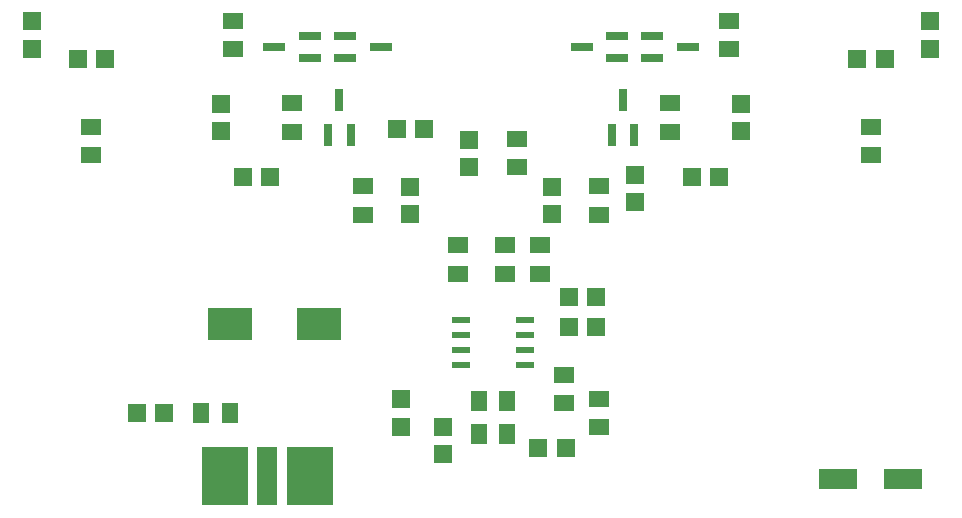
<source format=gbr>
G04 #@! TF.FileFunction,Paste,Top*
%FSLAX46Y46*%
G04 Gerber Fmt 4.6, Leading zero omitted, Abs format (unit mm)*
G04 Created by KiCad (PCBNEW 4.0.7-e2-6376~58~ubuntu14.04.1) date Sat Mar 16 06:29:51 2019*
%MOMM*%
%LPD*%
G01*
G04 APERTURE LIST*
%ADD10C,0.100000*%
%ADD11R,1.900000X0.800000*%
%ADD12R,0.800000X1.900000*%
%ADD13R,1.550000X0.600000*%
%ADD14R,1.600000X1.600000*%
%ADD15R,1.700000X1.400000*%
%ADD16R,1.400000X1.700000*%
%ADD17R,3.300000X1.700000*%
%ADD18R,1.800000X5.000000*%
%ADD19R,3.960000X5.000000*%
%ADD20R,3.750000X2.700000*%
G04 APERTURE END LIST*
D10*
D11*
X97500000Y-43050000D03*
X97500000Y-44950000D03*
X100500000Y-44000000D03*
X94500000Y-44950000D03*
X94500000Y-43050000D03*
X91500000Y-44000000D03*
X68500000Y-44950000D03*
X68500000Y-43050000D03*
X65500000Y-44000000D03*
X71500000Y-43050000D03*
X71500000Y-44950000D03*
X74500000Y-44000000D03*
D12*
X94050000Y-51500000D03*
X95950000Y-51500000D03*
X95000000Y-48500000D03*
X70050000Y-51500000D03*
X71950000Y-51500000D03*
X71000000Y-48500000D03*
D13*
X81300000Y-67095000D03*
X81300000Y-68365000D03*
X81300000Y-69635000D03*
X81300000Y-70905000D03*
X86700000Y-70905000D03*
X86700000Y-69635000D03*
X86700000Y-68365000D03*
X86700000Y-67095000D03*
D14*
X121000000Y-44150000D03*
X121000000Y-41850000D03*
X45000000Y-44150000D03*
X45000000Y-41850000D03*
D15*
X99000000Y-51200000D03*
X99000000Y-48800000D03*
X116000000Y-53200000D03*
X116000000Y-50800000D03*
X93000000Y-73800000D03*
X93000000Y-76200000D03*
X104000000Y-44200000D03*
X104000000Y-41800000D03*
X93000000Y-55800000D03*
X93000000Y-58200000D03*
D16*
X61700000Y-75000000D03*
X59300000Y-75000000D03*
D15*
X90000000Y-71800000D03*
X90000000Y-74200000D03*
X88000000Y-63200000D03*
X88000000Y-60800000D03*
X86000000Y-51800000D03*
X86000000Y-54200000D03*
X85000000Y-63200000D03*
X85000000Y-60800000D03*
D16*
X85200000Y-74000000D03*
X82800000Y-74000000D03*
X85200000Y-76800000D03*
X82800000Y-76800000D03*
D15*
X81000000Y-60800000D03*
X81000000Y-63200000D03*
X67000000Y-51200000D03*
X67000000Y-48800000D03*
X50000000Y-53200000D03*
X50000000Y-50800000D03*
X73000000Y-55800000D03*
X73000000Y-58200000D03*
D14*
X117150000Y-45000000D03*
X114850000Y-45000000D03*
X105000000Y-48850000D03*
X105000000Y-51150000D03*
X103150000Y-55000000D03*
X100850000Y-55000000D03*
X96000000Y-57150000D03*
X96000000Y-54850000D03*
X89000000Y-55850000D03*
X89000000Y-58150000D03*
D17*
X118750000Y-80600000D03*
X113250000Y-80600000D03*
D15*
X62000000Y-44200000D03*
X62000000Y-41800000D03*
D14*
X77000000Y-55850000D03*
X77000000Y-58150000D03*
X78150000Y-51000000D03*
X75850000Y-51000000D03*
X48850000Y-45000000D03*
X51150000Y-45000000D03*
X61000000Y-48850000D03*
X61000000Y-51150000D03*
X62850000Y-55000000D03*
X65150000Y-55000000D03*
X82000000Y-51850000D03*
X82000000Y-54150000D03*
X76200000Y-73850000D03*
X76200000Y-76150000D03*
X79800000Y-78450000D03*
X79800000Y-76150000D03*
X92750000Y-67700000D03*
X90450000Y-67700000D03*
X90150000Y-78000000D03*
X87850000Y-78000000D03*
X92750000Y-65200000D03*
X90450000Y-65200000D03*
X53850000Y-75000000D03*
X56150000Y-75000000D03*
D18*
X64900000Y-80350000D03*
D19*
X61280000Y-80350000D03*
X68520000Y-80350000D03*
D20*
X69275000Y-67500000D03*
X61725000Y-67500000D03*
M02*

</source>
